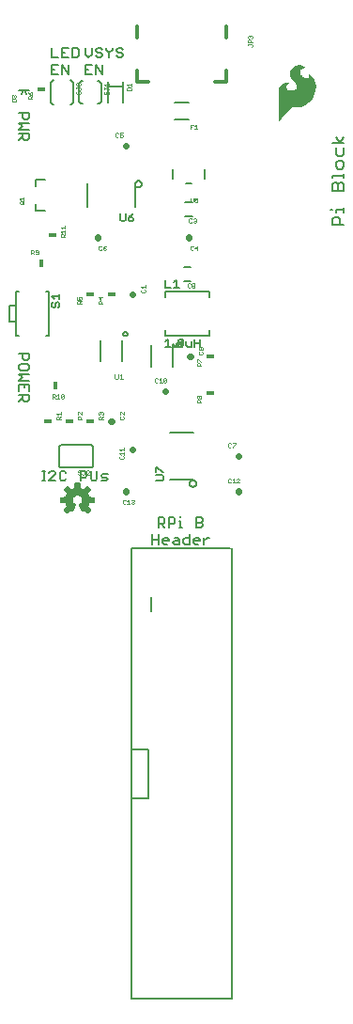
<source format=gbr>
G04 EAGLE Gerber RS-274X export*
G75*
%MOMM*%
%FSLAX34Y34*%
%LPD*%
%INSilkscreen Top*%
%IPPOS*%
%AMOC8*
5,1,8,0,0,1.08239X$1,22.5*%
G01*
%ADD10C,0.203200*%
%ADD11C,0.152400*%
%ADD12R,0.762000X0.457200*%
%ADD13C,0.025400*%
%ADD14C,0.050800*%
%ADD15C,0.558800*%
%ADD16C,0.304800*%
%ADD17C,0.127000*%
%ADD18R,0.457200X0.762000*%

G36*
X239722Y358297D02*
X239722Y358297D01*
X239724Y358298D01*
X239824Y358497D01*
X240224Y358896D01*
X240224Y358897D01*
X240824Y359597D01*
X241524Y360497D01*
X242424Y361497D01*
X243424Y362697D01*
X244524Y363897D01*
X245724Y365197D01*
X247024Y366597D01*
X248124Y367897D01*
X249223Y368996D01*
X250223Y369896D01*
X251223Y370596D01*
X252322Y371095D01*
X253421Y371395D01*
X257320Y371395D01*
X257321Y371395D01*
X259721Y371695D01*
X261921Y372295D01*
X261922Y372296D01*
X261922Y372295D01*
X263922Y373195D01*
X263922Y373196D01*
X263923Y373196D01*
X265823Y374396D01*
X267523Y375696D01*
X267523Y375697D01*
X267524Y375697D01*
X269024Y377297D01*
X270424Y379097D01*
X270424Y379098D01*
X272324Y382798D01*
X272325Y382799D01*
X273325Y386399D01*
X273324Y386399D01*
X273325Y386400D01*
X273525Y389900D01*
X273525Y389901D01*
X273025Y393201D01*
X273024Y393201D01*
X273025Y393202D01*
X272025Y396002D01*
X272024Y396002D01*
X270724Y398402D01*
X270723Y398403D01*
X270724Y398404D01*
X269024Y400104D01*
X269023Y400104D01*
X267423Y401104D01*
X267421Y401104D01*
X267421Y401105D01*
X267419Y401104D01*
X267416Y401103D01*
X267416Y401101D01*
X267415Y401100D01*
X267415Y400500D01*
X267415Y400499D01*
X267515Y400000D01*
X267415Y399401D01*
X267315Y398802D01*
X267016Y398303D01*
X266517Y397804D01*
X265819Y397505D01*
X265121Y397505D01*
X264421Y397705D01*
X263722Y397905D01*
X262923Y398304D01*
X262223Y398804D01*
X261523Y399304D01*
X260824Y399904D01*
X260324Y400403D01*
X259824Y401203D01*
X259425Y401802D01*
X259225Y402501D01*
X259125Y403100D01*
X259225Y403699D01*
X259424Y404198D01*
X259724Y404797D01*
X260124Y405297D01*
X260923Y405996D01*
X261722Y406395D01*
X262521Y406595D01*
X263421Y406695D01*
X264719Y406695D01*
X265119Y406595D01*
X265120Y406596D01*
X265120Y406595D01*
X265220Y406595D01*
X265222Y406596D01*
X265224Y406597D01*
X265224Y406598D01*
X265225Y406599D01*
X265223Y406601D01*
X265223Y406604D01*
X264923Y406804D01*
X264223Y407304D01*
X263023Y408004D01*
X263022Y408004D01*
X263022Y408005D01*
X261522Y408605D01*
X261521Y408605D01*
X259721Y409105D01*
X259721Y409104D01*
X259720Y409105D01*
X259711Y409105D01*
X259710Y409105D01*
X259611Y409110D01*
X259512Y409115D01*
X259413Y409120D01*
X259412Y409120D01*
X259313Y409125D01*
X259214Y409130D01*
X259213Y409130D01*
X259114Y409135D01*
X259015Y409140D01*
X258916Y409145D01*
X258915Y409145D01*
X258816Y409150D01*
X258717Y409155D01*
X258618Y409160D01*
X258617Y409160D01*
X258518Y409165D01*
X258419Y409170D01*
X258418Y409170D01*
X258319Y409175D01*
X258220Y409180D01*
X258121Y409185D01*
X258120Y409185D01*
X258021Y409190D01*
X257922Y409195D01*
X257823Y409200D01*
X257822Y409200D01*
X257723Y409205D01*
X257720Y409205D01*
X257719Y409205D01*
X255519Y408705D01*
X255518Y408704D01*
X253218Y407504D01*
X253217Y407504D01*
X251517Y406104D01*
X251517Y406103D01*
X251516Y406103D01*
X250416Y404503D01*
X250416Y404502D01*
X250415Y404502D01*
X249815Y402802D01*
X249816Y402801D01*
X249815Y402801D01*
X249815Y402800D01*
X249815Y401100D01*
X249816Y401099D01*
X249815Y401099D01*
X250315Y399399D01*
X250316Y399398D01*
X251216Y397598D01*
X251216Y397597D01*
X252516Y395897D01*
X252517Y395897D01*
X252516Y395896D01*
X254216Y394196D01*
X255516Y392697D01*
X256215Y391199D01*
X256215Y389801D01*
X255816Y388503D01*
X254917Y387504D01*
X253718Y386705D01*
X252319Y386305D01*
X250721Y386305D01*
X249621Y386605D01*
X248723Y386904D01*
X248024Y387504D01*
X247424Y388103D01*
X247125Y388702D01*
X246925Y389401D01*
X246925Y390099D01*
X247124Y390698D01*
X247424Y391097D01*
X247823Y391496D01*
X248323Y391896D01*
X248723Y392196D01*
X249222Y392395D01*
X249222Y392396D01*
X249822Y392696D01*
X249823Y392697D01*
X249824Y392696D01*
X249924Y392796D01*
X249924Y392798D01*
X249925Y392799D01*
X249924Y392801D01*
X249924Y392803D01*
X249922Y392803D01*
X249920Y392805D01*
X249821Y392805D01*
X249522Y392905D01*
X249022Y393105D01*
X249021Y393104D01*
X249021Y393105D01*
X248321Y393205D01*
X248320Y393205D01*
X246520Y393205D01*
X246519Y393205D01*
X245519Y393005D01*
X244419Y392705D01*
X244418Y392704D01*
X244418Y392705D01*
X243418Y392305D01*
X243418Y392304D01*
X243417Y392304D01*
X242517Y391704D01*
X242516Y391704D01*
X241716Y390904D01*
X241716Y390903D01*
X241016Y390003D01*
X241016Y390002D01*
X240416Y388902D01*
X240415Y388901D01*
X240015Y387501D01*
X239815Y385901D01*
X239815Y385900D01*
X239715Y384000D01*
X239715Y358300D01*
X239717Y358298D01*
X239717Y358296D01*
X239718Y358296D01*
X239719Y358295D01*
X239722Y358297D01*
G37*
G36*
X67740Y5226D02*
X67740Y5226D01*
X67848Y5236D01*
X67861Y5242D01*
X67875Y5244D01*
X67972Y5292D01*
X68071Y5337D01*
X68084Y5348D01*
X68093Y5352D01*
X68108Y5368D01*
X68185Y5430D01*
X70770Y8015D01*
X70833Y8104D01*
X70899Y8189D01*
X70904Y8202D01*
X70912Y8214D01*
X70943Y8317D01*
X70979Y8420D01*
X70979Y8434D01*
X70983Y8447D01*
X70979Y8555D01*
X70980Y8664D01*
X70975Y8677D01*
X70975Y8691D01*
X70937Y8793D01*
X70902Y8895D01*
X70893Y8910D01*
X70889Y8919D01*
X70875Y8936D01*
X70821Y9018D01*
X68057Y12408D01*
X68614Y13490D01*
X68620Y13510D01*
X68662Y13605D01*
X69033Y14764D01*
X73384Y15207D01*
X73488Y15235D01*
X73594Y15260D01*
X73606Y15267D01*
X73619Y15270D01*
X73709Y15331D01*
X73802Y15388D01*
X73810Y15399D01*
X73822Y15407D01*
X73888Y15493D01*
X73957Y15577D01*
X73961Y15590D01*
X73970Y15601D01*
X74004Y15704D01*
X74043Y15805D01*
X74044Y15823D01*
X74048Y15832D01*
X74048Y15854D01*
X74057Y15952D01*
X74057Y19608D01*
X74040Y19715D01*
X74026Y19823D01*
X74020Y19835D01*
X74018Y19849D01*
X73966Y19945D01*
X73919Y20042D01*
X73909Y20052D01*
X73903Y20064D01*
X73823Y20138D01*
X73747Y20215D01*
X73735Y20221D01*
X73725Y20231D01*
X73626Y20276D01*
X73529Y20324D01*
X73511Y20328D01*
X73502Y20332D01*
X73481Y20334D01*
X73384Y20353D01*
X69033Y20796D01*
X68662Y21955D01*
X68653Y21972D01*
X68651Y21980D01*
X68647Y21987D01*
X68614Y22070D01*
X68057Y23152D01*
X70821Y26542D01*
X70875Y26636D01*
X70932Y26728D01*
X70935Y26741D01*
X70942Y26753D01*
X70963Y26860D01*
X70988Y26965D01*
X70986Y26979D01*
X70989Y26993D01*
X70974Y27100D01*
X70964Y27208D01*
X70958Y27221D01*
X70956Y27235D01*
X70908Y27332D01*
X70863Y27431D01*
X70852Y27444D01*
X70848Y27453D01*
X70832Y27468D01*
X70770Y27545D01*
X68185Y30130D01*
X68096Y30193D01*
X68011Y30259D01*
X67998Y30264D01*
X67986Y30272D01*
X67883Y30303D01*
X67780Y30339D01*
X67766Y30339D01*
X67753Y30343D01*
X67645Y30339D01*
X67536Y30340D01*
X67523Y30335D01*
X67509Y30335D01*
X67407Y30297D01*
X67305Y30262D01*
X67290Y30253D01*
X67281Y30249D01*
X67264Y30235D01*
X67182Y30181D01*
X63792Y27417D01*
X62710Y27974D01*
X62690Y27980D01*
X62595Y28022D01*
X61436Y28393D01*
X60993Y32744D01*
X60965Y32848D01*
X60940Y32954D01*
X60933Y32966D01*
X60930Y32979D01*
X60869Y33069D01*
X60812Y33162D01*
X60801Y33170D01*
X60793Y33182D01*
X60707Y33248D01*
X60623Y33317D01*
X60610Y33321D01*
X60599Y33330D01*
X60496Y33364D01*
X60395Y33403D01*
X60377Y33404D01*
X60368Y33408D01*
X60346Y33408D01*
X60248Y33417D01*
X56592Y33417D01*
X56485Y33400D01*
X56377Y33386D01*
X56365Y33380D01*
X56351Y33378D01*
X56255Y33326D01*
X56158Y33279D01*
X56148Y33269D01*
X56136Y33263D01*
X56062Y33183D01*
X55985Y33107D01*
X55979Y33095D01*
X55969Y33085D01*
X55924Y32986D01*
X55876Y32889D01*
X55872Y32871D01*
X55868Y32862D01*
X55866Y32841D01*
X55847Y32744D01*
X55404Y28393D01*
X54245Y28022D01*
X54227Y28012D01*
X54130Y27974D01*
X53048Y27417D01*
X49658Y30181D01*
X49564Y30235D01*
X49472Y30292D01*
X49459Y30295D01*
X49447Y30302D01*
X49340Y30323D01*
X49235Y30348D01*
X49221Y30346D01*
X49207Y30349D01*
X49100Y30334D01*
X48992Y30324D01*
X48979Y30318D01*
X48966Y30316D01*
X48868Y30268D01*
X48769Y30223D01*
X48756Y30212D01*
X48747Y30208D01*
X48732Y30192D01*
X48655Y30130D01*
X46070Y27545D01*
X46007Y27456D01*
X45941Y27371D01*
X45936Y27358D01*
X45928Y27346D01*
X45897Y27243D01*
X45861Y27140D01*
X45861Y27126D01*
X45857Y27113D01*
X45861Y27005D01*
X45860Y26896D01*
X45865Y26883D01*
X45865Y26869D01*
X45903Y26767D01*
X45938Y26665D01*
X45947Y26650D01*
X45951Y26641D01*
X45965Y26624D01*
X46019Y26542D01*
X48783Y23152D01*
X48226Y22070D01*
X48220Y22050D01*
X48178Y21955D01*
X47807Y20796D01*
X43456Y20353D01*
X43352Y20325D01*
X43246Y20300D01*
X43234Y20293D01*
X43221Y20290D01*
X43131Y20229D01*
X43038Y20172D01*
X43030Y20161D01*
X43018Y20153D01*
X42952Y20067D01*
X42884Y19983D01*
X42879Y19970D01*
X42870Y19959D01*
X42836Y19856D01*
X42797Y19755D01*
X42796Y19737D01*
X42792Y19728D01*
X42793Y19706D01*
X42783Y19608D01*
X42783Y15952D01*
X42800Y15845D01*
X42814Y15737D01*
X42820Y15725D01*
X42822Y15711D01*
X42874Y15615D01*
X42921Y15518D01*
X42931Y15508D01*
X42937Y15496D01*
X43017Y15422D01*
X43093Y15345D01*
X43105Y15339D01*
X43116Y15329D01*
X43214Y15284D01*
X43311Y15236D01*
X43329Y15232D01*
X43338Y15228D01*
X43359Y15226D01*
X43456Y15207D01*
X47807Y14764D01*
X48178Y13605D01*
X48188Y13587D01*
X48226Y13490D01*
X48783Y12408D01*
X46019Y9018D01*
X45965Y8924D01*
X45908Y8832D01*
X45905Y8819D01*
X45898Y8807D01*
X45877Y8700D01*
X45852Y8595D01*
X45854Y8581D01*
X45851Y8567D01*
X45866Y8460D01*
X45876Y8352D01*
X45882Y8339D01*
X45884Y8326D01*
X45932Y8228D01*
X45977Y8129D01*
X45988Y8116D01*
X45992Y8107D01*
X46008Y8092D01*
X46070Y8015D01*
X48655Y5430D01*
X48744Y5367D01*
X48829Y5301D01*
X48842Y5296D01*
X48854Y5288D01*
X48957Y5257D01*
X49060Y5221D01*
X49074Y5221D01*
X49087Y5217D01*
X49195Y5221D01*
X49304Y5220D01*
X49317Y5225D01*
X49331Y5225D01*
X49433Y5263D01*
X49535Y5298D01*
X49550Y5307D01*
X49559Y5311D01*
X49576Y5325D01*
X49658Y5379D01*
X53048Y8143D01*
X54130Y7586D01*
X54183Y7569D01*
X54232Y7543D01*
X54298Y7532D01*
X54362Y7511D01*
X54418Y7512D01*
X54472Y7503D01*
X54539Y7514D01*
X54606Y7515D01*
X54658Y7533D01*
X54713Y7542D01*
X54773Y7574D01*
X54836Y7597D01*
X54879Y7631D01*
X54929Y7657D01*
X54975Y7706D01*
X55027Y7748D01*
X55058Y7795D01*
X55096Y7835D01*
X55152Y7940D01*
X55160Y7953D01*
X55161Y7958D01*
X55165Y7965D01*
X57318Y13162D01*
X57338Y13246D01*
X57343Y13258D01*
X57345Y13274D01*
X57370Y13360D01*
X57369Y13380D01*
X57374Y13400D01*
X57366Y13482D01*
X57367Y13501D01*
X57363Y13521D01*
X57359Y13604D01*
X57352Y13623D01*
X57350Y13643D01*
X57318Y13712D01*
X57312Y13739D01*
X57297Y13763D01*
X57270Y13832D01*
X57257Y13847D01*
X57249Y13865D01*
X57204Y13914D01*
X57184Y13946D01*
X57152Y13972D01*
X57113Y14018D01*
X57092Y14033D01*
X57082Y14043D01*
X57061Y14055D01*
X56998Y14099D01*
X56995Y14101D01*
X56994Y14101D01*
X56992Y14103D01*
X56108Y14598D01*
X55429Y15225D01*
X54915Y15994D01*
X54595Y16862D01*
X54487Y17779D01*
X54600Y18714D01*
X54931Y19595D01*
X55463Y20372D01*
X56164Y21001D01*
X56994Y21444D01*
X57906Y21678D01*
X58848Y21688D01*
X59764Y21474D01*
X60604Y21049D01*
X61318Y20436D01*
X61867Y19671D01*
X62218Y18797D01*
X62351Y17865D01*
X62259Y16928D01*
X61947Y16040D01*
X61432Y15252D01*
X60745Y14608D01*
X59846Y14102D01*
X59806Y14069D01*
X59764Y14047D01*
X59733Y14014D01*
X59685Y13979D01*
X59672Y13962D01*
X59656Y13949D01*
X59621Y13895D01*
X59597Y13869D01*
X59584Y13838D01*
X59542Y13781D01*
X59536Y13761D01*
X59525Y13743D01*
X59507Y13670D01*
X59497Y13647D01*
X59494Y13623D01*
X59471Y13548D01*
X59472Y13527D01*
X59467Y13506D01*
X59474Y13422D01*
X59473Y13404D01*
X59476Y13388D01*
X59479Y13304D01*
X59487Y13278D01*
X59488Y13263D01*
X59498Y13241D01*
X59522Y13162D01*
X59830Y12417D01*
X59831Y12417D01*
X60141Y11668D01*
X60451Y10919D01*
X60451Y10918D01*
X60762Y10170D01*
X60762Y10169D01*
X61072Y9420D01*
X61382Y8671D01*
X61383Y8671D01*
X61675Y7965D01*
X61704Y7918D01*
X61725Y7866D01*
X61768Y7815D01*
X61804Y7758D01*
X61847Y7723D01*
X61883Y7680D01*
X61940Y7646D01*
X61992Y7603D01*
X62044Y7584D01*
X62092Y7555D01*
X62158Y7541D01*
X62221Y7517D01*
X62276Y7515D01*
X62330Y7504D01*
X62397Y7511D01*
X62464Y7509D01*
X62518Y7525D01*
X62573Y7532D01*
X62684Y7576D01*
X62698Y7580D01*
X62702Y7583D01*
X62710Y7586D01*
X63792Y8143D01*
X67182Y5379D01*
X67276Y5325D01*
X67368Y5268D01*
X67381Y5265D01*
X67393Y5258D01*
X67500Y5237D01*
X67605Y5212D01*
X67619Y5214D01*
X67633Y5211D01*
X67740Y5226D01*
G37*
D10*
X298704Y265176D02*
X288027Y265176D01*
X288027Y270515D01*
X289806Y272294D01*
X293365Y272294D01*
X295145Y270515D01*
X295145Y265176D01*
X291586Y276870D02*
X291586Y278649D01*
X298704Y278649D01*
X298704Y276870D02*
X298704Y280429D01*
X288027Y278649D02*
X286247Y278649D01*
X288027Y296360D02*
X298704Y296360D01*
X288027Y296360D02*
X288027Y301698D01*
X289806Y303478D01*
X291586Y303478D01*
X293365Y301698D01*
X295145Y303478D01*
X296925Y303478D01*
X298704Y301698D01*
X298704Y296360D01*
X293365Y296360D02*
X293365Y301698D01*
X288027Y308054D02*
X288027Y309833D01*
X298704Y309833D01*
X298704Y308054D02*
X298704Y311613D01*
X298704Y317629D02*
X298704Y321188D01*
X296925Y322968D01*
X293365Y322968D01*
X291586Y321188D01*
X291586Y317629D01*
X293365Y315850D01*
X296925Y315850D01*
X298704Y317629D01*
X291586Y329323D02*
X291586Y334662D01*
X291586Y329323D02*
X293365Y327544D01*
X296925Y327544D01*
X298704Y329323D01*
X298704Y334662D01*
X298704Y339238D02*
X288027Y339238D01*
X295145Y339238D02*
X298704Y344576D01*
X295145Y339238D02*
X291586Y344576D01*
D11*
X14485Y366331D02*
X5842Y366331D01*
X14485Y366331D02*
X14485Y362009D01*
X13045Y360569D01*
X10164Y360569D01*
X8723Y362009D01*
X8723Y366331D01*
X5842Y356976D02*
X14485Y356976D01*
X8723Y354094D02*
X5842Y356976D01*
X8723Y354094D02*
X5842Y351213D01*
X14485Y351213D01*
X14485Y347620D02*
X5842Y347620D01*
X14485Y347620D02*
X14485Y343299D01*
X13045Y341858D01*
X10164Y341858D01*
X8723Y343299D01*
X8723Y347620D01*
X8723Y344739D02*
X5842Y341858D01*
X5842Y149626D02*
X14485Y149626D01*
X14485Y145304D01*
X13045Y143864D01*
X10164Y143864D01*
X8723Y145304D01*
X8723Y149626D01*
X14485Y138830D02*
X14485Y135949D01*
X14485Y138830D02*
X13045Y140271D01*
X7283Y140271D01*
X5842Y138830D01*
X5842Y135949D01*
X7283Y134509D01*
X13045Y134509D01*
X14485Y135949D01*
X14485Y130916D02*
X5842Y130916D01*
X8723Y128034D01*
X5842Y125153D01*
X14485Y125153D01*
X14485Y121560D02*
X14485Y115798D01*
X14485Y121560D02*
X5842Y121560D01*
X5842Y115798D01*
X10164Y118679D02*
X10164Y121560D01*
X14485Y112205D02*
X5842Y112205D01*
X14485Y112205D02*
X14485Y107884D01*
X13045Y106443D01*
X10164Y106443D01*
X8723Y107884D01*
X8723Y112205D01*
X8723Y109324D02*
X5842Y106443D01*
X35052Y416052D02*
X35052Y424695D01*
X35052Y416052D02*
X40814Y416052D01*
X44407Y424695D02*
X50169Y424695D01*
X44407Y424695D02*
X44407Y416052D01*
X50169Y416052D01*
X47288Y420374D02*
X44407Y420374D01*
X53762Y424695D02*
X53762Y416052D01*
X58084Y416052D01*
X59525Y417493D01*
X59525Y423255D01*
X58084Y424695D01*
X53762Y424695D01*
X40814Y409455D02*
X35052Y409455D01*
X35052Y400812D01*
X40814Y400812D01*
X37933Y405134D02*
X35052Y405134D01*
X44407Y409455D02*
X44407Y400812D01*
X50169Y400812D02*
X44407Y409455D01*
X50169Y409455D02*
X50169Y400812D01*
X65532Y418933D02*
X65532Y424695D01*
X65532Y418933D02*
X68413Y416052D01*
X71294Y418933D01*
X71294Y424695D01*
X79209Y424695D02*
X80649Y423255D01*
X79209Y424695D02*
X76328Y424695D01*
X74887Y423255D01*
X74887Y421814D01*
X76328Y420374D01*
X79209Y420374D01*
X80649Y418933D01*
X80649Y417493D01*
X79209Y416052D01*
X76328Y416052D01*
X74887Y417493D01*
X84242Y423255D02*
X84242Y424695D01*
X84242Y423255D02*
X87124Y420374D01*
X90005Y423255D01*
X90005Y424695D01*
X87124Y420374D02*
X87124Y416052D01*
X97919Y424695D02*
X99360Y423255D01*
X97919Y424695D02*
X95038Y424695D01*
X93598Y423255D01*
X93598Y421814D01*
X95038Y420374D01*
X97919Y420374D01*
X99360Y418933D01*
X99360Y417493D01*
X97919Y416052D01*
X95038Y416052D01*
X93598Y417493D01*
X71294Y409455D02*
X65532Y409455D01*
X65532Y400812D01*
X71294Y400812D01*
X68413Y405134D02*
X65532Y405134D01*
X74887Y409455D02*
X74887Y400812D01*
X80649Y400812D02*
X74887Y409455D01*
X80649Y409455D02*
X80649Y400812D01*
X29609Y35052D02*
X26728Y35052D01*
X28169Y35052D02*
X28169Y43695D01*
X29609Y43695D02*
X26728Y43695D01*
X32965Y35052D02*
X38727Y35052D01*
X32965Y35052D02*
X38727Y40814D01*
X38727Y42255D01*
X37287Y43695D01*
X34405Y43695D01*
X32965Y42255D01*
X46642Y43695D02*
X48082Y42255D01*
X46642Y43695D02*
X43761Y43695D01*
X42320Y42255D01*
X42320Y36493D01*
X43761Y35052D01*
X46642Y35052D01*
X48082Y36493D01*
X61030Y35052D02*
X61030Y43695D01*
X65352Y43695D01*
X66793Y42255D01*
X66793Y39374D01*
X65352Y37933D01*
X61030Y37933D01*
X70386Y36493D02*
X70386Y43695D01*
X70386Y36493D02*
X71826Y35052D01*
X74707Y35052D01*
X76148Y36493D01*
X76148Y43695D01*
X79741Y35052D02*
X84062Y35052D01*
X85503Y36493D01*
X84062Y37933D01*
X81181Y37933D01*
X79741Y39374D01*
X81181Y40814D01*
X85503Y40814D01*
X131333Y1785D02*
X131333Y-6858D01*
X131333Y1785D02*
X135655Y1785D01*
X137095Y345D01*
X137095Y-2536D01*
X135655Y-3977D01*
X131333Y-3977D01*
X134214Y-3977D02*
X137095Y-6858D01*
X140688Y-6858D02*
X140688Y1785D01*
X145010Y1785D01*
X146451Y345D01*
X146451Y-2536D01*
X145010Y-3977D01*
X140688Y-3977D01*
X150044Y-1096D02*
X151484Y-1096D01*
X151484Y-6858D01*
X150044Y-6858D02*
X152925Y-6858D01*
X151484Y1785D02*
X151484Y3226D01*
X165636Y1785D02*
X165636Y-6858D01*
X165636Y1785D02*
X169957Y1785D01*
X171398Y345D01*
X171398Y-1096D01*
X169957Y-2536D01*
X171398Y-3977D01*
X171398Y-5417D01*
X169957Y-6858D01*
X165636Y-6858D01*
X165636Y-2536D02*
X169957Y-2536D01*
X125876Y-13455D02*
X125876Y-22098D01*
X125876Y-17776D02*
X131638Y-17776D01*
X131638Y-13455D02*
X131638Y-22098D01*
X136672Y-22098D02*
X139553Y-22098D01*
X136672Y-22098D02*
X135231Y-20657D01*
X135231Y-17776D01*
X136672Y-16336D01*
X139553Y-16336D01*
X140993Y-17776D01*
X140993Y-19217D01*
X135231Y-19217D01*
X146027Y-16336D02*
X148908Y-16336D01*
X150349Y-17776D01*
X150349Y-22098D01*
X146027Y-22098D01*
X144586Y-20657D01*
X146027Y-19217D01*
X150349Y-19217D01*
X159704Y-22098D02*
X159704Y-13455D01*
X159704Y-22098D02*
X155382Y-22098D01*
X153942Y-20657D01*
X153942Y-17776D01*
X155382Y-16336D01*
X159704Y-16336D01*
X164737Y-22098D02*
X167618Y-22098D01*
X164737Y-22098D02*
X163297Y-20657D01*
X163297Y-17776D01*
X164737Y-16336D01*
X167618Y-16336D01*
X169059Y-17776D01*
X169059Y-19217D01*
X163297Y-19217D01*
X172652Y-22098D02*
X172652Y-16336D01*
X172652Y-19217D02*
X175533Y-16336D01*
X176974Y-16336D01*
D10*
X124650Y-69850D02*
X124650Y-82550D01*
X197400Y-26000D02*
X197400Y-431200D01*
X107400Y-431200D02*
X107400Y-250600D01*
X107400Y-206600D01*
X107400Y-26000D01*
X196400Y-26000D01*
X197400Y-431200D02*
X107400Y-431200D01*
X107400Y-206600D02*
X122400Y-206600D01*
X122400Y-250600D01*
X107400Y-250600D01*
D12*
X31750Y88900D03*
D13*
X39494Y90433D02*
X43307Y90433D01*
X39494Y90433D02*
X39494Y92339D01*
X40129Y92975D01*
X41400Y92975D01*
X42036Y92339D01*
X42036Y90433D01*
X42036Y91704D02*
X43307Y92975D01*
X40765Y94175D02*
X39494Y95446D01*
X43307Y95446D01*
X43307Y94175D02*
X43307Y96717D01*
D12*
X50800Y88900D03*
D13*
X58544Y90433D02*
X62357Y90433D01*
X58544Y90433D02*
X58544Y92339D01*
X59179Y92975D01*
X60450Y92975D01*
X61086Y92339D01*
X61086Y90433D01*
X61086Y91704D02*
X62357Y92975D01*
X62357Y94175D02*
X62357Y96717D01*
X62357Y94175D02*
X59815Y96717D01*
X59179Y96717D01*
X58544Y96082D01*
X58544Y94810D01*
X59179Y94175D01*
D10*
X78900Y143000D02*
X78900Y161700D01*
X98900Y161700D02*
X98900Y143000D01*
X99777Y167100D02*
X99779Y167188D01*
X99785Y167275D01*
X99795Y167362D01*
X99809Y167448D01*
X99827Y167534D01*
X99848Y167619D01*
X99874Y167703D01*
X99903Y167785D01*
X99936Y167866D01*
X99973Y167946D01*
X100013Y168023D01*
X100057Y168099D01*
X100104Y168173D01*
X100155Y168244D01*
X100208Y168314D01*
X100265Y168380D01*
X100325Y168444D01*
X100387Y168505D01*
X100453Y168564D01*
X100521Y168619D01*
X100591Y168671D01*
X100664Y168720D01*
X100738Y168765D01*
X100815Y168807D01*
X100894Y168846D01*
X100974Y168881D01*
X101056Y168912D01*
X101139Y168939D01*
X101223Y168963D01*
X101309Y168983D01*
X101395Y168999D01*
X101482Y169011D01*
X101569Y169019D01*
X101656Y169023D01*
X101744Y169023D01*
X101831Y169019D01*
X101918Y169011D01*
X102005Y168999D01*
X102091Y168983D01*
X102177Y168963D01*
X102261Y168939D01*
X102344Y168912D01*
X102426Y168881D01*
X102506Y168846D01*
X102585Y168807D01*
X102661Y168765D01*
X102736Y168720D01*
X102809Y168671D01*
X102879Y168619D01*
X102947Y168564D01*
X103013Y168505D01*
X103075Y168444D01*
X103135Y168380D01*
X103192Y168314D01*
X103245Y168244D01*
X103296Y168173D01*
X103343Y168099D01*
X103387Y168023D01*
X103427Y167946D01*
X103464Y167866D01*
X103497Y167785D01*
X103526Y167703D01*
X103552Y167619D01*
X103573Y167534D01*
X103591Y167448D01*
X103605Y167362D01*
X103615Y167275D01*
X103621Y167188D01*
X103623Y167100D01*
X103621Y167012D01*
X103615Y166925D01*
X103605Y166838D01*
X103591Y166752D01*
X103573Y166666D01*
X103552Y166581D01*
X103526Y166497D01*
X103497Y166415D01*
X103464Y166334D01*
X103427Y166254D01*
X103387Y166177D01*
X103343Y166101D01*
X103296Y166027D01*
X103245Y165956D01*
X103192Y165886D01*
X103135Y165820D01*
X103075Y165756D01*
X103013Y165695D01*
X102947Y165636D01*
X102879Y165581D01*
X102809Y165529D01*
X102736Y165480D01*
X102662Y165435D01*
X102585Y165393D01*
X102506Y165354D01*
X102426Y165319D01*
X102344Y165288D01*
X102261Y165261D01*
X102177Y165237D01*
X102091Y165217D01*
X102005Y165201D01*
X101918Y165189D01*
X101831Y165181D01*
X101744Y165177D01*
X101656Y165177D01*
X101569Y165181D01*
X101482Y165189D01*
X101395Y165201D01*
X101309Y165217D01*
X101223Y165237D01*
X101139Y165261D01*
X101056Y165288D01*
X100974Y165319D01*
X100894Y165354D01*
X100815Y165393D01*
X100738Y165435D01*
X100664Y165480D01*
X100591Y165529D01*
X100521Y165581D01*
X100453Y165636D01*
X100387Y165695D01*
X100325Y165756D01*
X100265Y165820D01*
X100208Y165886D01*
X100155Y165956D01*
X100104Y166027D01*
X100057Y166101D01*
X100013Y166177D01*
X99973Y166254D01*
X99936Y166334D01*
X99903Y166415D01*
X99874Y166497D01*
X99848Y166581D01*
X99827Y166666D01*
X99809Y166752D01*
X99795Y166838D01*
X99785Y166925D01*
X99779Y167012D01*
X99777Y167100D01*
D14*
X91946Y131150D02*
X91946Y127403D01*
X92695Y126654D01*
X94194Y126654D01*
X94943Y127403D01*
X94943Y131150D01*
X96550Y129651D02*
X98049Y131150D01*
X98049Y126654D01*
X99547Y126654D02*
X96550Y126654D01*
D12*
X69850Y88900D03*
D13*
X77594Y90433D02*
X81407Y90433D01*
X77594Y90433D02*
X77594Y92339D01*
X78229Y92975D01*
X79500Y92975D01*
X80136Y92339D01*
X80136Y90433D01*
X80136Y91704D02*
X81407Y92975D01*
X78229Y94175D02*
X77594Y94810D01*
X77594Y96082D01*
X78229Y96717D01*
X78865Y96717D01*
X79500Y96082D01*
X79500Y95446D01*
X79500Y96082D02*
X80136Y96717D01*
X80771Y96717D01*
X81407Y96082D01*
X81407Y94810D01*
X80771Y94175D01*
D12*
X88900Y203200D03*
D13*
X81153Y194437D02*
X77340Y194437D01*
X77340Y196344D01*
X77975Y196979D01*
X79246Y196979D01*
X79882Y196344D01*
X79882Y194437D01*
X79882Y195708D02*
X81153Y196979D01*
X81153Y200086D02*
X77340Y200086D01*
X79246Y198179D01*
X79246Y200721D01*
D12*
X69850Y203200D03*
D13*
X62103Y194437D02*
X58290Y194437D01*
X58290Y196344D01*
X58925Y196979D01*
X60196Y196979D01*
X60832Y196344D01*
X60832Y194437D01*
X60832Y195708D02*
X62103Y196979D01*
X58290Y198179D02*
X58290Y200721D01*
X58290Y198179D02*
X60196Y198179D01*
X59561Y199450D01*
X59561Y200086D01*
X60196Y200721D01*
X61467Y200721D01*
X62103Y200086D01*
X62103Y198815D01*
X61467Y198179D01*
D15*
X88595Y88900D02*
X89205Y88900D01*
D13*
X96644Y92339D02*
X97279Y92975D01*
X96644Y92339D02*
X96644Y91068D01*
X97279Y90433D01*
X99821Y90433D01*
X100457Y91068D01*
X100457Y92339D01*
X99821Y92975D01*
X100457Y94175D02*
X100457Y96717D01*
X100457Y94175D02*
X97915Y96717D01*
X97279Y96717D01*
X96644Y96082D01*
X96644Y94810D01*
X97279Y94175D01*
D15*
X107645Y203200D02*
X108255Y203200D01*
D13*
X115694Y206639D02*
X116329Y207275D01*
X115694Y206639D02*
X115694Y205368D01*
X116329Y204733D01*
X118871Y204733D01*
X119507Y205368D01*
X119507Y206639D01*
X118871Y207275D01*
X116965Y208475D02*
X115694Y209746D01*
X119507Y209746D01*
X119507Y208475D02*
X119507Y211017D01*
D10*
X146050Y375920D02*
X158750Y375920D01*
X158750Y360680D02*
X146050Y360680D01*
D13*
X160283Y355476D02*
X160283Y351663D01*
X160283Y355476D02*
X162825Y355476D01*
X161554Y353570D02*
X160283Y353570D01*
X164025Y354205D02*
X165296Y355476D01*
X165296Y351663D01*
X164025Y351663D02*
X166567Y351663D01*
D16*
X192329Y394360D02*
X192329Y404180D01*
X192400Y404180D01*
X192400Y394180D02*
X182400Y394180D01*
X112400Y394180D02*
X112400Y404180D01*
X112400Y394180D02*
X122400Y394180D01*
X192400Y434180D02*
X192400Y444180D01*
X112400Y444180D02*
X112400Y434180D01*
D13*
X215391Y425781D02*
X216027Y426416D01*
X216027Y427052D01*
X215391Y427687D01*
X212214Y427687D01*
X212214Y427052D02*
X212214Y428323D01*
X212214Y429523D02*
X216027Y429523D01*
X212214Y429523D02*
X212214Y431429D01*
X212849Y432065D01*
X214120Y432065D01*
X214756Y431429D01*
X214756Y429523D01*
X212849Y433265D02*
X212214Y433900D01*
X212214Y435172D01*
X212849Y435807D01*
X213485Y435807D01*
X214120Y435172D01*
X214120Y434536D01*
X214120Y435172D02*
X214756Y435807D01*
X215391Y435807D01*
X216027Y435172D01*
X216027Y433900D01*
X215391Y433265D01*
D12*
X25400Y387350D03*
D13*
X17653Y378587D02*
X13840Y378587D01*
X13840Y380494D01*
X14475Y381129D01*
X15746Y381129D01*
X16382Y380494D01*
X16382Y378587D01*
X16382Y379858D02*
X17653Y381129D01*
X14475Y383600D02*
X13840Y384871D01*
X14475Y383600D02*
X15746Y382329D01*
X17017Y382329D01*
X17653Y382965D01*
X17653Y384236D01*
X17017Y384871D01*
X16382Y384871D01*
X15746Y384236D01*
X15746Y382329D01*
D10*
X14760Y386510D02*
X10160Y386510D01*
X5560Y386510D01*
X10160Y386510D02*
X12498Y383410D01*
X9906Y386356D02*
X7976Y383410D01*
D13*
X3048Y376047D02*
X-765Y376047D01*
X3048Y376047D02*
X3048Y377954D01*
X2412Y378589D01*
X-130Y378589D01*
X-765Y377954D01*
X-765Y376047D01*
X-130Y379789D02*
X-765Y380425D01*
X-765Y381696D01*
X-130Y382331D01*
X506Y382331D01*
X1141Y381696D01*
X1141Y381060D01*
X1141Y381696D02*
X1777Y382331D01*
X2412Y382331D01*
X3048Y381696D01*
X3048Y380425D01*
X2412Y379789D01*
D10*
X34290Y376555D02*
X34290Y393065D01*
X52070Y374015D02*
X52170Y374017D01*
X52269Y374023D01*
X52369Y374033D01*
X52467Y374046D01*
X52566Y374064D01*
X52663Y374085D01*
X52759Y374110D01*
X52855Y374139D01*
X52949Y374172D01*
X53042Y374208D01*
X53133Y374248D01*
X53223Y374292D01*
X53311Y374339D01*
X53397Y374389D01*
X53481Y374443D01*
X53563Y374500D01*
X53642Y374560D01*
X53720Y374624D01*
X53794Y374690D01*
X53866Y374759D01*
X53935Y374831D01*
X54001Y374905D01*
X54065Y374983D01*
X54125Y375062D01*
X54182Y375144D01*
X54236Y375228D01*
X54286Y375314D01*
X54333Y375402D01*
X54377Y375492D01*
X54417Y375583D01*
X54453Y375676D01*
X54486Y375770D01*
X54515Y375866D01*
X54540Y375962D01*
X54561Y376059D01*
X54579Y376158D01*
X54592Y376256D01*
X54602Y376356D01*
X54608Y376455D01*
X54610Y376555D01*
X54610Y393065D02*
X54608Y393165D01*
X54602Y393264D01*
X54592Y393364D01*
X54579Y393462D01*
X54561Y393561D01*
X54540Y393658D01*
X54515Y393754D01*
X54486Y393850D01*
X54453Y393944D01*
X54417Y394037D01*
X54377Y394128D01*
X54333Y394218D01*
X54286Y394306D01*
X54236Y394392D01*
X54182Y394476D01*
X54125Y394558D01*
X54065Y394637D01*
X54001Y394715D01*
X53935Y394789D01*
X53866Y394861D01*
X53794Y394930D01*
X53720Y394996D01*
X53642Y395060D01*
X53563Y395120D01*
X53481Y395177D01*
X53397Y395231D01*
X53311Y395281D01*
X53223Y395328D01*
X53133Y395372D01*
X53042Y395412D01*
X52949Y395448D01*
X52855Y395481D01*
X52759Y395510D01*
X52663Y395535D01*
X52566Y395556D01*
X52467Y395574D01*
X52369Y395587D01*
X52269Y395597D01*
X52170Y395603D01*
X52070Y395605D01*
X36830Y395605D02*
X36730Y395603D01*
X36631Y395597D01*
X36531Y395587D01*
X36433Y395574D01*
X36334Y395556D01*
X36237Y395535D01*
X36141Y395510D01*
X36045Y395481D01*
X35951Y395448D01*
X35858Y395412D01*
X35767Y395372D01*
X35677Y395328D01*
X35589Y395281D01*
X35503Y395231D01*
X35419Y395177D01*
X35337Y395120D01*
X35258Y395060D01*
X35180Y394996D01*
X35106Y394930D01*
X35034Y394861D01*
X34965Y394789D01*
X34899Y394715D01*
X34835Y394637D01*
X34775Y394558D01*
X34718Y394476D01*
X34664Y394392D01*
X34614Y394306D01*
X34567Y394218D01*
X34523Y394128D01*
X34483Y394037D01*
X34447Y393944D01*
X34414Y393850D01*
X34385Y393754D01*
X34360Y393658D01*
X34339Y393561D01*
X34321Y393462D01*
X34308Y393364D01*
X34298Y393264D01*
X34292Y393165D01*
X34290Y393065D01*
X34290Y376555D02*
X34292Y376455D01*
X34298Y376356D01*
X34308Y376256D01*
X34321Y376158D01*
X34339Y376059D01*
X34360Y375962D01*
X34385Y375866D01*
X34414Y375770D01*
X34447Y375676D01*
X34483Y375583D01*
X34523Y375492D01*
X34567Y375402D01*
X34614Y375314D01*
X34664Y375228D01*
X34718Y375144D01*
X34775Y375062D01*
X34835Y374983D01*
X34899Y374905D01*
X34965Y374831D01*
X35034Y374759D01*
X35106Y374690D01*
X35180Y374624D01*
X35258Y374560D01*
X35337Y374500D01*
X35419Y374443D01*
X35503Y374389D01*
X35589Y374339D01*
X35677Y374292D01*
X35767Y374248D01*
X35858Y374208D01*
X35951Y374172D01*
X36045Y374139D01*
X36141Y374110D01*
X36237Y374085D01*
X36334Y374064D01*
X36433Y374046D01*
X36531Y374033D01*
X36631Y374023D01*
X36730Y374017D01*
X36830Y374015D01*
X54610Y376555D02*
X54610Y393065D01*
D13*
X57909Y385778D02*
X57274Y385142D01*
X57274Y383871D01*
X57909Y383236D01*
X58545Y383236D01*
X59180Y383871D01*
X59180Y385142D01*
X59816Y385778D01*
X60451Y385778D01*
X61087Y385142D01*
X61087Y383871D01*
X60451Y383236D01*
X60451Y386978D02*
X61087Y387613D01*
X61087Y388249D01*
X60451Y388884D01*
X57274Y388884D01*
X57274Y388249D02*
X57274Y389520D01*
X57909Y390720D02*
X57274Y391355D01*
X57274Y392627D01*
X57909Y393262D01*
X58545Y393262D01*
X59180Y392627D01*
X59180Y391991D01*
X59180Y392627D02*
X59816Y393262D01*
X60451Y393262D01*
X61087Y392627D01*
X61087Y391355D01*
X60451Y390720D01*
D11*
X154480Y214980D02*
X160480Y214980D01*
X160480Y226980D02*
X154480Y226980D01*
D13*
X159649Y212601D02*
X160285Y211966D01*
X159649Y212601D02*
X158378Y212601D01*
X157743Y211966D01*
X157743Y209424D01*
X158378Y208788D01*
X159649Y208788D01*
X160285Y209424D01*
X161485Y211966D02*
X162120Y212601D01*
X163392Y212601D01*
X164027Y211966D01*
X164027Y211330D01*
X163392Y210695D01*
X164027Y210059D01*
X164027Y209424D01*
X163392Y208788D01*
X162120Y208788D01*
X161485Y209424D01*
X161485Y210059D01*
X162120Y210695D01*
X161485Y211330D01*
X161485Y211966D01*
X162120Y210695D02*
X163392Y210695D01*
D17*
X144620Y157320D02*
X144620Y137320D01*
X124620Y137320D02*
X124620Y157320D01*
X144120Y157320D02*
X144122Y157364D01*
X144128Y157408D01*
X144138Y157451D01*
X144151Y157493D01*
X144168Y157534D01*
X144189Y157573D01*
X144213Y157610D01*
X144240Y157645D01*
X144270Y157677D01*
X144303Y157707D01*
X144339Y157733D01*
X144376Y157757D01*
X144416Y157776D01*
X144457Y157793D01*
X144500Y157805D01*
X144543Y157814D01*
X144587Y157819D01*
X144631Y157820D01*
X144675Y157817D01*
X144719Y157810D01*
X144762Y157799D01*
X144804Y157785D01*
X144844Y157767D01*
X144883Y157745D01*
X144919Y157721D01*
X144953Y157693D01*
X144985Y157662D01*
X145014Y157628D01*
X145040Y157592D01*
X145062Y157554D01*
X145081Y157514D01*
X145096Y157472D01*
X145108Y157430D01*
X145116Y157386D01*
X145120Y157342D01*
X145120Y157298D01*
X145116Y157254D01*
X145108Y157210D01*
X145096Y157168D01*
X145081Y157126D01*
X145062Y157086D01*
X145040Y157048D01*
X145014Y157012D01*
X144985Y156978D01*
X144953Y156947D01*
X144919Y156919D01*
X144883Y156895D01*
X144844Y156873D01*
X144804Y156855D01*
X144762Y156841D01*
X144719Y156830D01*
X144675Y156823D01*
X144631Y156820D01*
X144587Y156821D01*
X144543Y156826D01*
X144500Y156835D01*
X144457Y156847D01*
X144416Y156864D01*
X144376Y156883D01*
X144339Y156907D01*
X144303Y156933D01*
X144270Y156963D01*
X144240Y156995D01*
X144213Y157030D01*
X144189Y157067D01*
X144168Y157106D01*
X144151Y157147D01*
X144138Y157189D01*
X144128Y157232D01*
X144122Y157276D01*
X144120Y157320D01*
D10*
X147384Y157320D02*
X147386Y157414D01*
X147392Y157508D01*
X147402Y157602D01*
X147416Y157695D01*
X147434Y157788D01*
X147455Y157880D01*
X147481Y157970D01*
X147510Y158060D01*
X147543Y158148D01*
X147580Y158235D01*
X147620Y158320D01*
X147664Y158404D01*
X147712Y158485D01*
X147762Y158565D01*
X147817Y158642D01*
X147874Y158717D01*
X147934Y158789D01*
X147998Y158859D01*
X148064Y158926D01*
X148133Y158990D01*
X148205Y159051D01*
X148279Y159109D01*
X148356Y159164D01*
X148435Y159216D01*
X148516Y159264D01*
X148599Y159309D01*
X148683Y159350D01*
X148770Y159388D01*
X148858Y159422D01*
X148947Y159452D01*
X149037Y159479D01*
X149129Y159501D01*
X149221Y159520D01*
X149315Y159535D01*
X149408Y159546D01*
X149502Y159553D01*
X149596Y159556D01*
X149691Y159555D01*
X149785Y159550D01*
X149879Y159541D01*
X149972Y159528D01*
X150065Y159511D01*
X150157Y159491D01*
X150248Y159466D01*
X150338Y159438D01*
X150426Y159406D01*
X150514Y159370D01*
X150599Y159330D01*
X150683Y159287D01*
X150765Y159241D01*
X150845Y159191D01*
X150923Y159137D01*
X150998Y159081D01*
X151071Y159021D01*
X151142Y158958D01*
X151209Y158893D01*
X151274Y158824D01*
X151336Y158753D01*
X151395Y158680D01*
X151451Y158604D01*
X151503Y158525D01*
X151552Y158445D01*
X151598Y158362D01*
X151640Y158278D01*
X151679Y158192D01*
X151714Y158104D01*
X151745Y158015D01*
X151773Y157925D01*
X151796Y157834D01*
X151816Y157742D01*
X151832Y157649D01*
X151844Y157555D01*
X151852Y157461D01*
X151856Y157367D01*
X151856Y157273D01*
X151852Y157179D01*
X151844Y157085D01*
X151832Y156991D01*
X151816Y156898D01*
X151796Y156806D01*
X151773Y156715D01*
X151745Y156625D01*
X151714Y156536D01*
X151679Y156448D01*
X151640Y156362D01*
X151598Y156278D01*
X151552Y156195D01*
X151503Y156115D01*
X151451Y156036D01*
X151395Y155960D01*
X151336Y155887D01*
X151274Y155816D01*
X151209Y155747D01*
X151142Y155682D01*
X151071Y155619D01*
X150998Y155559D01*
X150923Y155503D01*
X150845Y155449D01*
X150765Y155399D01*
X150683Y155353D01*
X150599Y155310D01*
X150514Y155270D01*
X150426Y155234D01*
X150338Y155202D01*
X150248Y155174D01*
X150157Y155149D01*
X150065Y155129D01*
X149972Y155112D01*
X149879Y155099D01*
X149785Y155090D01*
X149691Y155085D01*
X149596Y155084D01*
X149502Y155087D01*
X149408Y155094D01*
X149315Y155105D01*
X149221Y155120D01*
X149129Y155139D01*
X149037Y155161D01*
X148947Y155188D01*
X148858Y155218D01*
X148770Y155252D01*
X148683Y155290D01*
X148599Y155331D01*
X148516Y155376D01*
X148435Y155424D01*
X148356Y155476D01*
X148279Y155531D01*
X148205Y155589D01*
X148133Y155650D01*
X148064Y155714D01*
X147998Y155781D01*
X147934Y155851D01*
X147874Y155923D01*
X147817Y155998D01*
X147762Y156075D01*
X147712Y156155D01*
X147664Y156236D01*
X147620Y156320D01*
X147580Y156405D01*
X147543Y156492D01*
X147510Y156580D01*
X147481Y156670D01*
X147455Y156760D01*
X147434Y156852D01*
X147416Y156945D01*
X147402Y157038D01*
X147392Y157132D01*
X147386Y157226D01*
X147384Y157320D01*
D12*
X177800Y147320D03*
D13*
X170053Y138557D02*
X166240Y138557D01*
X166240Y140464D01*
X166875Y141099D01*
X168146Y141099D01*
X168782Y140464D01*
X168782Y138557D01*
X168782Y139828D02*
X170053Y141099D01*
X166240Y142299D02*
X166240Y144841D01*
X166875Y144841D01*
X169417Y142299D01*
X170053Y142299D01*
D12*
X177800Y114300D03*
D13*
X170053Y105537D02*
X166240Y105537D01*
X166240Y107444D01*
X166875Y108079D01*
X168146Y108079D01*
X168782Y107444D01*
X168782Y105537D01*
X168782Y106808D02*
X170053Y108079D01*
X166875Y109279D02*
X166240Y109915D01*
X166240Y111186D01*
X166875Y111821D01*
X167511Y111821D01*
X168146Y111186D01*
X168782Y111821D01*
X169417Y111821D01*
X170053Y111186D01*
X170053Y109915D01*
X169417Y109279D01*
X168782Y109279D01*
X168146Y109915D01*
X167511Y109279D01*
X166875Y109279D01*
X168146Y109915D02*
X168146Y111186D01*
D15*
X160325Y147320D02*
X159715Y147320D01*
D13*
X167764Y150759D02*
X168399Y151395D01*
X167764Y150759D02*
X167764Y149488D01*
X168399Y148853D01*
X170941Y148853D01*
X171577Y149488D01*
X171577Y150759D01*
X170941Y151395D01*
X170941Y152595D02*
X171577Y153230D01*
X171577Y154502D01*
X170941Y155137D01*
X168399Y155137D01*
X167764Y154502D01*
X167764Y153230D01*
X168399Y152595D01*
X169035Y152595D01*
X169670Y153230D01*
X169670Y155137D01*
D15*
X137160Y115875D02*
X137160Y115265D01*
D13*
X130939Y126495D02*
X130304Y127130D01*
X129033Y127130D01*
X128397Y126495D01*
X128397Y123953D01*
X129033Y123317D01*
X130304Y123317D01*
X130939Y123953D01*
X132139Y125859D02*
X133410Y127130D01*
X133410Y123317D01*
X132139Y123317D02*
X134681Y123317D01*
X135881Y123953D02*
X135881Y126495D01*
X136517Y127130D01*
X137788Y127130D01*
X138423Y126495D01*
X138423Y123953D01*
X137788Y123317D01*
X136517Y123317D01*
X135881Y123953D01*
X138423Y126495D01*
D17*
X137480Y205420D02*
X177480Y205420D01*
X177480Y165420D02*
X137480Y165420D01*
X137480Y200420D02*
X137480Y205420D01*
X177480Y205420D02*
X177480Y200420D01*
X177480Y170420D02*
X177480Y165420D01*
X137480Y165420D02*
X137480Y170420D01*
X137795Y208915D02*
X137795Y215779D01*
X137795Y208915D02*
X142371Y208915D01*
X145279Y213491D02*
X147567Y215779D01*
X147567Y208915D01*
X145279Y208915D02*
X149855Y208915D01*
X140083Y162439D02*
X137795Y160151D01*
X140083Y162439D02*
X140083Y155575D01*
X137795Y155575D02*
X142371Y155575D01*
X145279Y155575D02*
X145279Y156719D01*
X146423Y156719D01*
X146423Y155575D01*
X145279Y155575D01*
X149021Y156719D02*
X149021Y161295D01*
X150165Y162439D01*
X152453Y162439D01*
X153597Y161295D01*
X153597Y156719D01*
X152453Y155575D01*
X150165Y155575D01*
X149021Y156719D01*
X153597Y161295D01*
X156505Y160151D02*
X156505Y156719D01*
X157649Y155575D01*
X161081Y155575D01*
X161081Y160151D01*
X163990Y162439D02*
X163990Y155575D01*
X163990Y159007D02*
X168565Y159007D01*
X168565Y162439D02*
X168565Y155575D01*
D10*
X144526Y306856D02*
X144526Y315444D01*
X172974Y315444D02*
X172974Y306856D01*
X161434Y303046D02*
X156066Y303046D01*
D13*
X160283Y289436D02*
X160283Y286259D01*
X160918Y285623D01*
X162189Y285623D01*
X162825Y286259D01*
X162825Y289436D01*
X164025Y289436D02*
X166567Y289436D01*
X164025Y289436D02*
X164025Y287530D01*
X165296Y288165D01*
X165932Y288165D01*
X166567Y287530D01*
X166567Y286259D01*
X165932Y285623D01*
X164660Y285623D01*
X164025Y286259D01*
D11*
X161750Y273400D02*
X155750Y273400D01*
X155750Y285400D02*
X161750Y285400D01*
D13*
X160919Y271021D02*
X161555Y270386D01*
X160919Y271021D02*
X159648Y271021D01*
X159013Y270386D01*
X159013Y267844D01*
X159648Y267208D01*
X160919Y267208D01*
X161555Y267844D01*
X162755Y270386D02*
X163390Y271021D01*
X164662Y271021D01*
X165297Y270386D01*
X165297Y269750D01*
X164662Y269115D01*
X164026Y269115D01*
X164662Y269115D02*
X165297Y268479D01*
X165297Y267844D01*
X164662Y267208D01*
X163390Y267208D01*
X162755Y267844D01*
D15*
X158750Y254305D02*
X158750Y253695D01*
D13*
X162189Y246256D02*
X162825Y245621D01*
X162189Y246256D02*
X160918Y246256D01*
X160283Y245621D01*
X160283Y243079D01*
X160918Y242443D01*
X162189Y242443D01*
X162825Y243079D01*
X165932Y242443D02*
X165932Y246256D01*
X164025Y244350D01*
X166567Y244350D01*
D15*
X101600Y336245D02*
X101600Y336855D01*
D13*
X95379Y347475D02*
X94744Y348110D01*
X93473Y348110D01*
X92837Y347475D01*
X92837Y344933D01*
X93473Y344297D01*
X94744Y344297D01*
X95379Y344933D01*
X96579Y348110D02*
X99121Y348110D01*
X96579Y348110D02*
X96579Y346204D01*
X97850Y346839D01*
X98486Y346839D01*
X99121Y346204D01*
X99121Y344933D01*
X98486Y344297D01*
X97215Y344297D01*
X96579Y344933D01*
D15*
X76200Y254305D02*
X76200Y253695D01*
D13*
X79639Y246256D02*
X80275Y245621D01*
X79639Y246256D02*
X78368Y246256D01*
X77733Y245621D01*
X77733Y243079D01*
X78368Y242443D01*
X79639Y242443D01*
X80275Y243079D01*
X82746Y245621D02*
X84017Y246256D01*
X82746Y245621D02*
X81475Y244350D01*
X81475Y243079D01*
X82110Y242443D01*
X83382Y242443D01*
X84017Y243079D01*
X84017Y243714D01*
X83382Y244350D01*
X81475Y244350D01*
D15*
X203200Y57455D02*
X203200Y56845D01*
D13*
X196979Y68075D02*
X196344Y68710D01*
X195073Y68710D01*
X194437Y68075D01*
X194437Y65533D01*
X195073Y64897D01*
X196344Y64897D01*
X196979Y65533D01*
X198179Y68710D02*
X200721Y68710D01*
X200721Y68075D01*
X198179Y65533D01*
X198179Y64897D01*
D15*
X108255Y63500D02*
X107645Y63500D01*
D13*
X97025Y57279D02*
X96390Y56644D01*
X96390Y55373D01*
X97025Y54737D01*
X99567Y54737D01*
X100203Y55373D01*
X100203Y56644D01*
X99567Y57279D01*
X97661Y58479D02*
X96390Y59750D01*
X100203Y59750D01*
X100203Y58479D02*
X100203Y61021D01*
X97661Y62221D02*
X96390Y63492D01*
X100203Y63492D01*
X100203Y62221D02*
X100203Y64763D01*
D15*
X203200Y25705D02*
X203200Y25095D01*
D13*
X196979Y36325D02*
X196344Y36960D01*
X195073Y36960D01*
X194437Y36325D01*
X194437Y33783D01*
X195073Y33147D01*
X196344Y33147D01*
X196979Y33783D01*
X198179Y35689D02*
X199450Y36960D01*
X199450Y33147D01*
X198179Y33147D02*
X200721Y33147D01*
X201921Y33147D02*
X204463Y33147D01*
X201921Y33147D02*
X204463Y35689D01*
X204463Y36325D01*
X203828Y36960D01*
X202557Y36960D01*
X201921Y36325D01*
D15*
X101600Y25705D02*
X101600Y25095D01*
D13*
X101297Y17656D02*
X101933Y17021D01*
X101297Y17656D02*
X100026Y17656D01*
X99391Y17021D01*
X99391Y14479D01*
X100026Y13843D01*
X101297Y13843D01*
X101933Y14479D01*
X103133Y16385D02*
X104404Y17656D01*
X104404Y13843D01*
X103133Y13843D02*
X105675Y13843D01*
X106875Y17021D02*
X107510Y17656D01*
X108782Y17656D01*
X109417Y17021D01*
X109417Y16385D01*
X108782Y15750D01*
X108146Y15750D01*
X108782Y15750D02*
X109417Y15114D01*
X109417Y14479D01*
X108782Y13843D01*
X107510Y13843D01*
X106875Y14479D01*
D17*
X32780Y205420D02*
X29780Y205420D01*
X32780Y205420D02*
X32780Y165420D01*
X29780Y165420D01*
X5780Y205420D02*
X2780Y205420D01*
X2780Y192420D01*
X2780Y178420D01*
X2780Y165420D01*
X5780Y165420D01*
X-3220Y178420D02*
X-3220Y192420D01*
X-3220Y178420D02*
X2780Y178420D01*
X2780Y192420D02*
X-3220Y192420D01*
X35409Y194519D02*
X36553Y195663D01*
X35409Y194519D02*
X35409Y192231D01*
X36553Y191087D01*
X37697Y191087D01*
X38841Y192231D01*
X38841Y194519D01*
X39985Y195663D01*
X41129Y195663D01*
X42273Y194519D01*
X42273Y192231D01*
X41129Y191087D01*
X37697Y198571D02*
X35409Y200859D01*
X42273Y200859D01*
X42273Y198571D02*
X42273Y203147D01*
D18*
X25400Y231140D03*
D13*
X16637Y238887D02*
X16637Y242700D01*
X18544Y242700D01*
X19179Y242065D01*
X19179Y240794D01*
X18544Y240158D01*
X16637Y240158D01*
X17908Y240158D02*
X19179Y238887D01*
X20379Y239523D02*
X21015Y238887D01*
X22286Y238887D01*
X22921Y239523D01*
X22921Y242065D01*
X22286Y242700D01*
X21015Y242700D01*
X20379Y242065D01*
X20379Y241429D01*
X21015Y240794D01*
X22921Y240794D01*
D18*
X38100Y120650D03*
D13*
X35891Y112906D02*
X35891Y109093D01*
X35891Y112906D02*
X37797Y112906D01*
X38433Y112271D01*
X38433Y111000D01*
X37797Y110364D01*
X35891Y110364D01*
X37162Y110364D02*
X38433Y109093D01*
X39633Y111635D02*
X40904Y112906D01*
X40904Y109093D01*
X39633Y109093D02*
X42175Y109093D01*
X43375Y109729D02*
X43375Y112271D01*
X44010Y112906D01*
X45282Y112906D01*
X45917Y112271D01*
X45917Y109729D01*
X45282Y109093D01*
X44010Y109093D01*
X43375Y109729D01*
X45917Y112271D01*
D10*
X20940Y278100D02*
X20940Y284100D01*
X20940Y278100D02*
X28940Y278100D01*
X20940Y300100D02*
X20940Y306100D01*
X28940Y306100D01*
D13*
X9397Y283972D02*
X6855Y283972D01*
X6220Y284608D01*
X6220Y285879D01*
X6855Y286514D01*
X9397Y286514D01*
X10033Y285879D01*
X10033Y284608D01*
X9397Y283972D01*
X8762Y285243D02*
X10033Y286514D01*
X7491Y287714D02*
X6220Y288985D01*
X10033Y288985D01*
X10033Y287714D02*
X10033Y290256D01*
D12*
X35560Y256540D03*
D13*
X43304Y254331D02*
X47117Y254331D01*
X43304Y254331D02*
X43304Y256237D01*
X43939Y256873D01*
X45210Y256873D01*
X45846Y256237D01*
X45846Y254331D01*
X45846Y255602D02*
X47117Y256873D01*
X44575Y258073D02*
X43304Y259344D01*
X47117Y259344D01*
X47117Y258073D02*
X47117Y260615D01*
X44575Y261815D02*
X43304Y263086D01*
X47117Y263086D01*
X47117Y261815D02*
X47117Y264357D01*
D10*
X99210Y389810D02*
X99210Y393810D01*
X99210Y389810D02*
X99210Y375810D01*
X86210Y389810D02*
X86210Y393810D01*
X86210Y389810D02*
X86210Y375810D01*
X86210Y389810D02*
X99210Y389810D01*
D13*
X102994Y386343D02*
X106807Y386343D01*
X106807Y388249D01*
X106171Y388885D01*
X103629Y388885D01*
X102994Y388249D01*
X102994Y386343D01*
X104265Y390085D02*
X102994Y391356D01*
X106807Y391356D01*
X106807Y390085D02*
X106807Y392627D01*
D10*
X59850Y392810D02*
X59850Y376810D01*
X76850Y374810D02*
X76948Y374792D01*
X77048Y374778D01*
X77147Y374768D01*
X77247Y374762D01*
X77347Y374760D01*
X77447Y374762D01*
X77547Y374768D01*
X77647Y374777D01*
X77746Y374791D01*
X77845Y374808D01*
X77943Y374830D01*
X78040Y374855D01*
X78135Y374884D01*
X78230Y374917D01*
X78323Y374953D01*
X78415Y374993D01*
X78505Y375037D01*
X78594Y375084D01*
X78680Y375134D01*
X78764Y375188D01*
X78847Y375245D01*
X78927Y375306D01*
X79004Y375369D01*
X79079Y375436D01*
X79151Y375505D01*
X79221Y375577D01*
X79287Y375652D01*
X79351Y375729D01*
X79411Y375809D01*
X79469Y375891D01*
X79523Y375975D01*
X79574Y376062D01*
X79621Y376150D01*
X79665Y376240D01*
X79705Y376332D01*
X79741Y376425D01*
X79774Y376519D01*
X79804Y376615D01*
X79829Y376712D01*
X79850Y376810D01*
X79850Y392810D02*
X79829Y392908D01*
X79804Y393005D01*
X79774Y393101D01*
X79741Y393195D01*
X79705Y393288D01*
X79665Y393380D01*
X79621Y393470D01*
X79574Y393558D01*
X79523Y393645D01*
X79469Y393729D01*
X79411Y393811D01*
X79351Y393891D01*
X79287Y393968D01*
X79221Y394043D01*
X79151Y394115D01*
X79079Y394184D01*
X79004Y394251D01*
X78927Y394314D01*
X78847Y394375D01*
X78764Y394432D01*
X78680Y394486D01*
X78594Y394536D01*
X78505Y394583D01*
X78415Y394627D01*
X78323Y394667D01*
X78230Y394703D01*
X78135Y394736D01*
X78040Y394765D01*
X77943Y394790D01*
X77845Y394812D01*
X77746Y394829D01*
X77647Y394843D01*
X77547Y394852D01*
X77447Y394858D01*
X77347Y394860D01*
X77247Y394858D01*
X77147Y394852D01*
X77048Y394842D01*
X76948Y394828D01*
X76850Y394810D01*
X62850Y394810D02*
X62752Y394828D01*
X62652Y394842D01*
X62553Y394852D01*
X62453Y394858D01*
X62353Y394860D01*
X62253Y394858D01*
X62153Y394852D01*
X62053Y394843D01*
X61954Y394829D01*
X61855Y394812D01*
X61757Y394790D01*
X61660Y394765D01*
X61565Y394736D01*
X61470Y394703D01*
X61377Y394667D01*
X61285Y394627D01*
X61195Y394583D01*
X61106Y394536D01*
X61020Y394486D01*
X60936Y394432D01*
X60853Y394375D01*
X60773Y394314D01*
X60696Y394251D01*
X60621Y394184D01*
X60549Y394115D01*
X60479Y394043D01*
X60413Y393968D01*
X60349Y393891D01*
X60289Y393811D01*
X60231Y393729D01*
X60177Y393645D01*
X60126Y393558D01*
X60079Y393470D01*
X60035Y393380D01*
X59995Y393288D01*
X59959Y393195D01*
X59926Y393101D01*
X59896Y393005D01*
X59871Y392908D01*
X59850Y392810D01*
X59850Y376810D02*
X59871Y376712D01*
X59896Y376615D01*
X59926Y376519D01*
X59959Y376425D01*
X59995Y376332D01*
X60035Y376240D01*
X60079Y376150D01*
X60126Y376062D01*
X60177Y375975D01*
X60231Y375891D01*
X60289Y375809D01*
X60349Y375729D01*
X60413Y375652D01*
X60479Y375577D01*
X60549Y375505D01*
X60621Y375436D01*
X60696Y375369D01*
X60773Y375306D01*
X60853Y375245D01*
X60936Y375188D01*
X61020Y375134D01*
X61106Y375084D01*
X61195Y375037D01*
X61285Y374993D01*
X61377Y374953D01*
X61470Y374917D01*
X61565Y374884D01*
X61660Y374855D01*
X61757Y374830D01*
X61855Y374808D01*
X61954Y374791D01*
X62053Y374777D01*
X62153Y374768D01*
X62253Y374762D01*
X62353Y374760D01*
X62453Y374762D01*
X62553Y374768D01*
X62652Y374778D01*
X62752Y374792D01*
X62850Y374810D01*
X79850Y376810D02*
X79850Y392810D01*
D13*
X83309Y385333D02*
X82674Y384697D01*
X82674Y383426D01*
X83309Y382791D01*
X83945Y382791D01*
X84580Y383426D01*
X84580Y384697D01*
X85216Y385333D01*
X85851Y385333D01*
X86487Y384697D01*
X86487Y383426D01*
X85851Y382791D01*
X85851Y386533D02*
X86487Y387168D01*
X86487Y387804D01*
X85851Y388439D01*
X82674Y388439D01*
X82674Y387804D02*
X82674Y389075D01*
X83945Y390275D02*
X82674Y391546D01*
X86487Y391546D01*
X86487Y390275D02*
X86487Y392817D01*
D11*
X69850Y67310D02*
X44450Y67310D01*
X41910Y49530D02*
X41912Y49430D01*
X41918Y49331D01*
X41928Y49231D01*
X41941Y49133D01*
X41959Y49034D01*
X41980Y48937D01*
X42005Y48841D01*
X42034Y48745D01*
X42067Y48651D01*
X42103Y48558D01*
X42143Y48467D01*
X42187Y48377D01*
X42234Y48289D01*
X42284Y48203D01*
X42338Y48119D01*
X42395Y48037D01*
X42455Y47958D01*
X42519Y47880D01*
X42585Y47806D01*
X42654Y47734D01*
X42726Y47665D01*
X42800Y47599D01*
X42878Y47535D01*
X42957Y47475D01*
X43039Y47418D01*
X43123Y47364D01*
X43209Y47314D01*
X43297Y47267D01*
X43387Y47223D01*
X43478Y47183D01*
X43571Y47147D01*
X43665Y47114D01*
X43761Y47085D01*
X43857Y47060D01*
X43954Y47039D01*
X44053Y47021D01*
X44151Y47008D01*
X44251Y46998D01*
X44350Y46992D01*
X44450Y46990D01*
X69850Y46990D02*
X69950Y46992D01*
X70049Y46998D01*
X70149Y47008D01*
X70247Y47021D01*
X70346Y47039D01*
X70443Y47060D01*
X70539Y47085D01*
X70635Y47114D01*
X70729Y47147D01*
X70822Y47183D01*
X70913Y47223D01*
X71003Y47267D01*
X71091Y47314D01*
X71177Y47364D01*
X71261Y47418D01*
X71343Y47475D01*
X71422Y47535D01*
X71500Y47599D01*
X71574Y47665D01*
X71646Y47734D01*
X71715Y47806D01*
X71781Y47880D01*
X71845Y47958D01*
X71905Y48037D01*
X71962Y48119D01*
X72016Y48203D01*
X72066Y48289D01*
X72113Y48377D01*
X72157Y48467D01*
X72197Y48558D01*
X72233Y48651D01*
X72266Y48745D01*
X72295Y48841D01*
X72320Y48937D01*
X72341Y49034D01*
X72359Y49133D01*
X72372Y49231D01*
X72382Y49331D01*
X72388Y49430D01*
X72390Y49530D01*
X72390Y64770D02*
X72388Y64870D01*
X72382Y64969D01*
X72372Y65069D01*
X72359Y65167D01*
X72341Y65266D01*
X72320Y65363D01*
X72295Y65459D01*
X72266Y65555D01*
X72233Y65649D01*
X72197Y65742D01*
X72157Y65833D01*
X72113Y65923D01*
X72066Y66011D01*
X72016Y66097D01*
X71962Y66181D01*
X71905Y66263D01*
X71845Y66342D01*
X71781Y66420D01*
X71715Y66494D01*
X71646Y66566D01*
X71574Y66635D01*
X71500Y66701D01*
X71422Y66765D01*
X71343Y66825D01*
X71261Y66882D01*
X71177Y66936D01*
X71091Y66986D01*
X71003Y67033D01*
X70913Y67077D01*
X70822Y67117D01*
X70729Y67153D01*
X70635Y67186D01*
X70539Y67215D01*
X70443Y67240D01*
X70346Y67261D01*
X70247Y67279D01*
X70149Y67292D01*
X70049Y67302D01*
X69950Y67308D01*
X69850Y67310D01*
X44450Y67310D02*
X44350Y67308D01*
X44251Y67302D01*
X44151Y67292D01*
X44053Y67279D01*
X43954Y67261D01*
X43857Y67240D01*
X43761Y67215D01*
X43665Y67186D01*
X43571Y67153D01*
X43478Y67117D01*
X43387Y67077D01*
X43297Y67033D01*
X43209Y66986D01*
X43123Y66936D01*
X43039Y66882D01*
X42957Y66825D01*
X42878Y66765D01*
X42800Y66701D01*
X42726Y66635D01*
X42654Y66566D01*
X42585Y66494D01*
X42519Y66420D01*
X42455Y66342D01*
X42395Y66263D01*
X42338Y66181D01*
X42284Y66097D01*
X42234Y66011D01*
X42187Y65923D01*
X42143Y65833D01*
X42103Y65742D01*
X42067Y65649D01*
X42034Y65555D01*
X42005Y65459D01*
X41980Y65363D01*
X41959Y65266D01*
X41941Y65167D01*
X41928Y65069D01*
X41918Y64969D01*
X41912Y64870D01*
X41910Y64770D01*
X41910Y49530D01*
X72390Y49530D02*
X72390Y64770D01*
X69850Y46990D02*
X44450Y46990D01*
D13*
X60657Y44326D02*
X61293Y43691D01*
X60657Y44326D02*
X59386Y44326D01*
X58751Y43691D01*
X58751Y43055D01*
X59386Y42420D01*
X60657Y42420D01*
X61293Y41784D01*
X61293Y41149D01*
X60657Y40513D01*
X59386Y40513D01*
X58751Y41149D01*
X62493Y41149D02*
X63128Y40513D01*
X63764Y40513D01*
X64399Y41149D01*
X64399Y44326D01*
X63764Y44326D02*
X65035Y44326D01*
X66235Y40513D02*
X68777Y40513D01*
X66235Y40513D02*
X68777Y43055D01*
X68777Y43691D01*
X68142Y44326D01*
X66870Y44326D01*
X66235Y43691D01*
D10*
X67400Y281850D02*
X67400Y302350D01*
X110400Y302350D02*
X110400Y281850D01*
X110400Y302200D02*
X110402Y302309D01*
X110408Y302418D01*
X110418Y302526D01*
X110432Y302634D01*
X110449Y302742D01*
X110471Y302849D01*
X110496Y302955D01*
X110526Y303059D01*
X110559Y303163D01*
X110596Y303266D01*
X110636Y303367D01*
X110680Y303466D01*
X110728Y303564D01*
X110780Y303661D01*
X110834Y303755D01*
X110892Y303847D01*
X110954Y303937D01*
X111019Y304024D01*
X111086Y304110D01*
X111157Y304193D01*
X111231Y304273D01*
X111308Y304350D01*
X111387Y304425D01*
X111469Y304496D01*
X111554Y304565D01*
X111641Y304630D01*
X111730Y304693D01*
X111822Y304751D01*
X111916Y304807D01*
X112011Y304859D01*
X112109Y304908D01*
X112208Y304953D01*
X112309Y304995D01*
X112411Y305032D01*
X112514Y305066D01*
X112619Y305097D01*
X112725Y305123D01*
X112831Y305146D01*
X112939Y305164D01*
X113047Y305179D01*
X113155Y305190D01*
X113264Y305197D01*
X113373Y305200D01*
X113482Y305199D01*
X113591Y305194D01*
X113699Y305185D01*
X113807Y305172D01*
X113915Y305155D01*
X114022Y305135D01*
X114128Y305110D01*
X114233Y305082D01*
X114337Y305050D01*
X114440Y305014D01*
X114542Y304974D01*
X114642Y304931D01*
X114740Y304884D01*
X114837Y304834D01*
X114931Y304780D01*
X115024Y304722D01*
X115115Y304662D01*
X115203Y304598D01*
X115289Y304531D01*
X115372Y304461D01*
X115453Y304388D01*
X115531Y304312D01*
X115606Y304233D01*
X115679Y304151D01*
X115748Y304067D01*
X115814Y303981D01*
X115877Y303892D01*
X115937Y303801D01*
X115994Y303708D01*
X116047Y303613D01*
X116096Y303516D01*
X116142Y303417D01*
X116184Y303317D01*
X116223Y303215D01*
X116258Y303111D01*
X116289Y303007D01*
X116317Y302902D01*
X116340Y302795D01*
X116360Y302688D01*
X116376Y302580D01*
X116388Y302472D01*
X116396Y302363D01*
X116400Y302254D01*
X116400Y302146D01*
X116396Y302037D01*
X116388Y301928D01*
X116376Y301820D01*
X116360Y301712D01*
X116340Y301605D01*
X116317Y301498D01*
X116289Y301393D01*
X116258Y301289D01*
X116223Y301185D01*
X116184Y301083D01*
X116142Y300983D01*
X116096Y300884D01*
X116047Y300787D01*
X115994Y300692D01*
X115937Y300599D01*
X115877Y300508D01*
X115814Y300419D01*
X115748Y300333D01*
X115679Y300249D01*
X115606Y300167D01*
X115531Y300088D01*
X115453Y300012D01*
X115372Y299939D01*
X115289Y299869D01*
X115203Y299802D01*
X115115Y299738D01*
X115024Y299678D01*
X114931Y299620D01*
X114837Y299566D01*
X114740Y299516D01*
X114642Y299469D01*
X114542Y299426D01*
X114440Y299386D01*
X114337Y299350D01*
X114233Y299318D01*
X114128Y299290D01*
X114022Y299265D01*
X113915Y299245D01*
X113807Y299228D01*
X113699Y299215D01*
X113591Y299206D01*
X113482Y299201D01*
X113373Y299200D01*
X113264Y299203D01*
X113155Y299210D01*
X113047Y299221D01*
X112939Y299236D01*
X112831Y299254D01*
X112725Y299277D01*
X112619Y299303D01*
X112514Y299334D01*
X112411Y299368D01*
X112309Y299405D01*
X112208Y299447D01*
X112109Y299492D01*
X112011Y299541D01*
X111916Y299593D01*
X111822Y299649D01*
X111730Y299707D01*
X111641Y299770D01*
X111554Y299835D01*
X111469Y299904D01*
X111387Y299975D01*
X111308Y300050D01*
X111231Y300127D01*
X111157Y300207D01*
X111086Y300290D01*
X111019Y300376D01*
X110954Y300463D01*
X110892Y300553D01*
X110834Y300645D01*
X110780Y300739D01*
X110728Y300836D01*
X110680Y300934D01*
X110636Y301033D01*
X110596Y301134D01*
X110559Y301237D01*
X110526Y301341D01*
X110496Y301445D01*
X110471Y301551D01*
X110449Y301658D01*
X110432Y301766D01*
X110418Y301874D01*
X110408Y301982D01*
X110402Y302091D01*
X110400Y302200D01*
D17*
X97067Y275471D02*
X97067Y269751D01*
X98211Y268607D01*
X100499Y268607D01*
X101643Y269751D01*
X101643Y275471D01*
X106839Y274327D02*
X109127Y275471D01*
X106839Y274327D02*
X104551Y272039D01*
X104551Y269751D01*
X105695Y268607D01*
X107983Y268607D01*
X109127Y269751D01*
X109127Y270895D01*
X107983Y272039D01*
X104551Y272039D01*
D10*
X142150Y78650D02*
X162650Y78650D01*
X162650Y35650D02*
X142150Y35650D01*
X159500Y32650D02*
X159502Y32759D01*
X159508Y32868D01*
X159518Y32976D01*
X159532Y33084D01*
X159549Y33192D01*
X159571Y33299D01*
X159596Y33405D01*
X159626Y33509D01*
X159659Y33613D01*
X159696Y33716D01*
X159736Y33817D01*
X159780Y33916D01*
X159828Y34014D01*
X159880Y34111D01*
X159934Y34205D01*
X159992Y34297D01*
X160054Y34387D01*
X160119Y34474D01*
X160186Y34560D01*
X160257Y34643D01*
X160331Y34723D01*
X160408Y34800D01*
X160487Y34875D01*
X160569Y34946D01*
X160654Y35015D01*
X160741Y35080D01*
X160830Y35143D01*
X160922Y35201D01*
X161016Y35257D01*
X161111Y35309D01*
X161209Y35358D01*
X161308Y35403D01*
X161409Y35445D01*
X161511Y35482D01*
X161614Y35516D01*
X161719Y35547D01*
X161825Y35573D01*
X161931Y35596D01*
X162039Y35614D01*
X162147Y35629D01*
X162255Y35640D01*
X162364Y35647D01*
X162473Y35650D01*
X162582Y35649D01*
X162691Y35644D01*
X162799Y35635D01*
X162907Y35622D01*
X163015Y35605D01*
X163122Y35585D01*
X163228Y35560D01*
X163333Y35532D01*
X163437Y35500D01*
X163540Y35464D01*
X163642Y35424D01*
X163742Y35381D01*
X163840Y35334D01*
X163937Y35284D01*
X164031Y35230D01*
X164124Y35172D01*
X164215Y35112D01*
X164303Y35048D01*
X164389Y34981D01*
X164472Y34911D01*
X164553Y34838D01*
X164631Y34762D01*
X164706Y34683D01*
X164779Y34601D01*
X164848Y34517D01*
X164914Y34431D01*
X164977Y34342D01*
X165037Y34251D01*
X165094Y34158D01*
X165147Y34063D01*
X165196Y33966D01*
X165242Y33867D01*
X165284Y33767D01*
X165323Y33665D01*
X165358Y33561D01*
X165389Y33457D01*
X165417Y33352D01*
X165440Y33245D01*
X165460Y33138D01*
X165476Y33030D01*
X165488Y32922D01*
X165496Y32813D01*
X165500Y32704D01*
X165500Y32596D01*
X165496Y32487D01*
X165488Y32378D01*
X165476Y32270D01*
X165460Y32162D01*
X165440Y32055D01*
X165417Y31948D01*
X165389Y31843D01*
X165358Y31739D01*
X165323Y31635D01*
X165284Y31533D01*
X165242Y31433D01*
X165196Y31334D01*
X165147Y31237D01*
X165094Y31142D01*
X165037Y31049D01*
X164977Y30958D01*
X164914Y30869D01*
X164848Y30783D01*
X164779Y30699D01*
X164706Y30617D01*
X164631Y30538D01*
X164553Y30462D01*
X164472Y30389D01*
X164389Y30319D01*
X164303Y30252D01*
X164215Y30188D01*
X164124Y30128D01*
X164031Y30070D01*
X163937Y30016D01*
X163840Y29966D01*
X163742Y29919D01*
X163642Y29876D01*
X163540Y29836D01*
X163437Y29800D01*
X163333Y29768D01*
X163228Y29740D01*
X163122Y29715D01*
X163015Y29695D01*
X162907Y29678D01*
X162799Y29665D01*
X162691Y29656D01*
X162582Y29651D01*
X162473Y29650D01*
X162364Y29653D01*
X162255Y29660D01*
X162147Y29671D01*
X162039Y29686D01*
X161931Y29704D01*
X161825Y29727D01*
X161719Y29753D01*
X161614Y29784D01*
X161511Y29818D01*
X161409Y29855D01*
X161308Y29897D01*
X161209Y29942D01*
X161111Y29991D01*
X161016Y30043D01*
X160922Y30099D01*
X160830Y30157D01*
X160741Y30220D01*
X160654Y30285D01*
X160569Y30354D01*
X160487Y30425D01*
X160408Y30500D01*
X160331Y30577D01*
X160257Y30657D01*
X160186Y30740D01*
X160119Y30826D01*
X160054Y30913D01*
X159992Y31003D01*
X159934Y31095D01*
X159880Y31189D01*
X159828Y31286D01*
X159780Y31384D01*
X159736Y31483D01*
X159696Y31584D01*
X159659Y31687D01*
X159626Y31791D01*
X159596Y31895D01*
X159571Y32001D01*
X159549Y32108D01*
X159532Y32216D01*
X159518Y32324D01*
X159508Y32432D01*
X159502Y32541D01*
X159500Y32650D01*
D17*
X134621Y35285D02*
X128901Y35285D01*
X134621Y35285D02*
X135765Y36429D01*
X135765Y38717D01*
X134621Y39861D01*
X128901Y39861D01*
X128901Y42769D02*
X128901Y47345D01*
X130045Y47345D01*
X134621Y42769D01*
X135765Y42769D01*
M02*

</source>
